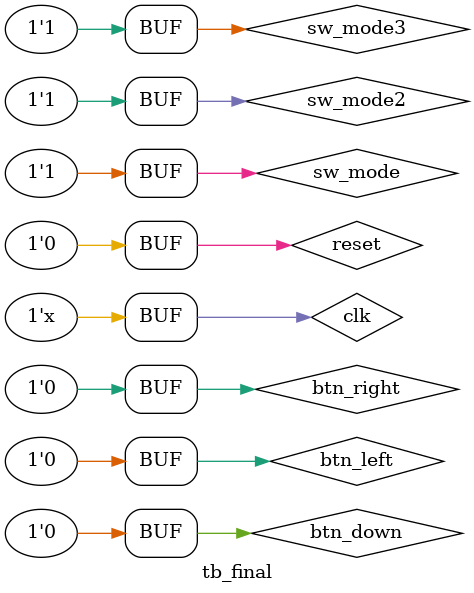
<source format=v>
`timescale 1ns / 1ps

module tb_final();

    reg clk, reset, sw_mode3, sw_mode2, sw_mode, btn_left, btn_down, btn_right;

    wire [4:0] led; 
    wire [3:0] fnd_comm; 
    wire [7:0] fnd_font;

    Final U_FINAL(
        .clk(clk), 
        .reset(reset),
        .sw_mode3(sw_mode3),
        .sw_mode2(sw_mode2),  
        .sw_mode(sw_mode),
        .btn_left(btn_left), 
        .btn_down(btn_down), 
        .btn_right(btn_right),  
        .led(led),
        .fnd_comm(fnd_comm),
        .fnd_font(fnd_font)
    );

    always #5 clk = ~clk;

    initial begin
        clk = 0;
        reset = 0;
        sw_mode3 = 0;
        sw_mode2 = 0;
        sw_mode = 0;
        btn_left = 0;
        btn_down = 0;
        btn_right = 0;

        #10; 
        reset = 1;
        #10;         
        reset = 0;

        // sw_mode : msec_sec와 min_hour
        // sw_mode2 : stopwatch와 watch
        // sw_mode3 : minus switch

        #10;         
        reset = 0;
        // watch의 min_hour
        sw_mode = 1'b1;
        sw_mode2 = 1'b1;

        #10000000;
        btn_down = 1'b1;

        #10000000;
        btn_down = 1'b0;

        #10000000;
        btn_right = 1'b1;

        #10000000;
        btn_right = 1'b0;


        #10;           
        sw_mode3 = 1'b1;

        #10000000;
        btn_right = 1'b1;

        #10000000;
        btn_right = 1'b0;

        #10000000;
        btn_right = 1'b1;

        #10000000;
        btn_right = 1'b0;
    end

endmodule

</source>
